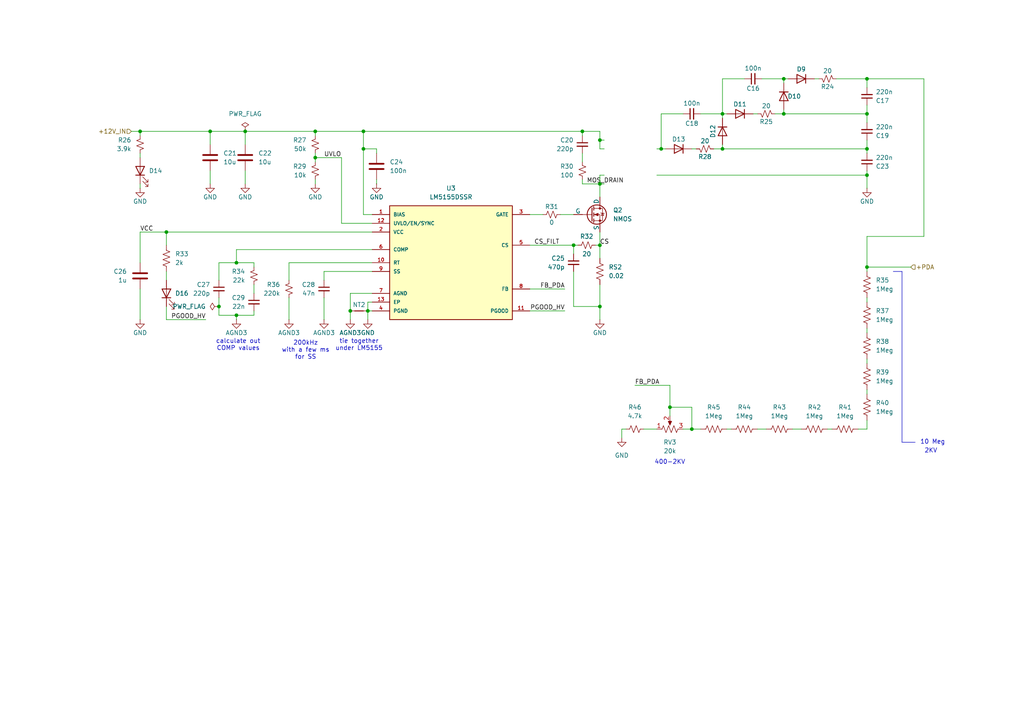
<source format=kicad_sch>
(kicad_sch (version 20250114) (generator "eeschema") (generator_version "9.0")
  (paper "A4")
  (lib_symbols
    (symbol "Device:C" (pin_numbers (hide yes)) (pin_names (offset 0.254))
      (property "Reference" "C" (at 0.635 2.54 0))
      (property "Value" "C" (at 0.635 -2.54 0))
      (symbol "C_0_1"
        (polyline (pts (xy -2.032 0.762) (xy 2.032 0.762)) (stroke (width 0.508)))
        (polyline (pts (xy -2.032 -0.762) (xy 2.032 -0.762)) (stroke (width 0.508)))
      )
      (symbol "C_1_1"
        (pin passive line (at 0 3.81 270) (length 2.794) (name "~") (number "1"))
        (pin passive line (at 0 -3.81 90) (length 2.794) (name "~") (number "2"))
      )
    )
    (symbol "Device:C_Small" (pin_numbers (hide yes)) (pin_names (offset 0.254) (hide yes))
      (property "Reference" "C" (at 0.254 1.778 0))
      (property "Value" "C_Small" (at 0.254 -2.032 0))
      (symbol "C_Small_0_1"
        (polyline (pts (xy -1.524 0.508) (xy 1.524 0.508)) (stroke (width 0.3048)))
        (polyline (pts (xy -1.524 -0.508) (xy 1.524 -0.508)) (stroke (width 0.3302)))
      )
      (symbol "C_Small_1_1"
        (pin passive line (at 0 2.54 270) (length 2.032) (name "~") (number "1"))
        (pin passive line (at 0 -2.54 90) (length 2.032) (name "~") (number "2"))
      )
    )
    (symbol "Device:D" (pin_numbers (hide yes)) (pin_names (offset 1.016) (hide yes))
      (property "Reference" "D" (at 0 2.54 0))
      (property "Value" "D" (at 0 -2.54 0))
      (symbol "D_0_1"
        (polyline (pts (xy -1.27 1.27) (xy -1.27 -1.27)) (stroke (width 0.254)))
        (polyline (pts (xy 1.27 1.27) (xy 1.27 -1.27) (xy -1.27 0) (xy 1.27 1.27)) (stroke (width 0.254)))
        (polyline (pts (xy 1.27 0) (xy -1.27 0)))
      )
      (symbol "D_1_1"
        (pin passive line (at -3.81 0 0) (length 2.54) (name "K") (number "1"))
        (pin passive line (at 3.81 0 180) (length 2.54) (name "A") (number "2"))
      )
    )
    (symbol "Device:LED" (pin_numbers (hide yes)) (pin_names (offset 1.016) (hide yes))
      (property "Reference" "D" (at 0 2.54 0))
      (property "Value" "LED" (at 0 -2.54 0))
      (symbol "LED_0_1"
        (polyline (pts (xy -3.048 -0.762) (xy -4.572 -2.286) (xy -3.81 -2.286) (xy -4.572 -2.286) (xy -4.572 -1.524)))
        (polyline (pts (xy -1.778 -0.762) (xy -3.302 -2.286) (xy -2.54 -2.286) (xy -3.302 -2.286) (xy -3.302 -1.524)))
        (polyline (pts (xy -1.27 0) (xy 1.27 0)))
        (polyline (pts (xy -1.27 -1.27) (xy -1.27 1.27)) (stroke (width 0.254)))
        (polyline (pts (xy 1.27 -1.27) (xy 1.27 1.27) (xy -1.27 0) (xy 1.27 -1.27)) (stroke (width 0.254)))
      )
      (symbol "LED_1_1"
        (pin passive line (at -3.81 0 0) (length 2.54) (name "K") (number "1"))
        (pin passive line (at 3.81 0 180) (length 2.54) (name "A") (number "2"))
      )
    )
    (symbol "Device:NetTie_2" (pin_numbers (hide yes)) (pin_names (offset 0) (hide yes)) (in_bom no)
      (property "Reference" "NT" (at 0 1.27 0))
      (property "Value" "NetTie_2" (at 0 -1.27 0))
      (symbol "NetTie_2_0_1"
        (polyline (pts (xy -1.27 0) (xy 1.27 0)) (stroke (width 0.254)))
      )
      (symbol "NetTie_2_1_1"
        (pin passive line (at -2.54 0 0) (length 2.54) (name "1") (number "1"))
        (pin passive line (at 2.54 0 180) (length 2.54) (name "2") (number "2"))
      )
    )
    (symbol "Device:R_Potentiometer_US" (pin_names (offset 1.016) (hide yes))
      (property "Reference" "RV" (at -4.445 0 90))
      (property "Value" "R_Potentiometer_US" (at -2.54 0 90))
      (symbol "R_Potentiometer_US_0_1"
        (polyline (pts (xy 0 2.54) (xy 0 2.286)))
        (polyline (pts (xy 0 2.286) (xy 1.016 1.905) (xy 0 1.524) (xy -1.016 1.143) (xy 0 0.762)))
        (polyline (pts (xy 0 0.762) (xy 1.016 0.381) (xy 0 0) (xy -1.016 -0.381) (xy 0 -0.762)))
        (polyline (pts (xy 0 -0.762) (xy 1.016 -1.143) (xy 0 -1.524) (xy -1.016 -1.905) (xy 0 -2.286)))
        (polyline (pts (xy 0 -2.286) (xy 0 -2.54)))
        (polyline (pts (xy 1.143 0) (xy 2.286 0.508) (xy 2.286 -0.508) (xy 1.143 0)) (fill (type outline)))
        (polyline (pts (xy 2.54 0) (xy 1.524 0)))
      )
      (symbol "R_Potentiometer_US_1_1"
        (pin passive line (at 0 3.81 270) (length 1.27) (name "1") (number "1"))
        (pin passive line (at 0 -3.81 90) (length 1.27) (name "3") (number "3"))
        (pin passive line (at 3.81 0 180) (length 1.27) (name "2") (number "2"))
      )
    )
    (symbol "Device:R_Small_US" (pin_numbers (hide yes)) (pin_names (offset 0.254) (hide yes))
      (property "Reference" "R" (at 0.762 0.508 0))
      (property "Value" "R_Small_US" (at 0.762 -1.016 0))
      (symbol "R_Small_US_1_1"
        (polyline (pts (xy 0 1.524) (xy 1.016 1.143) (xy 0 0.762) (xy -1.016 0.381) (xy 0 0)))
        (polyline (pts (xy 0 0) (xy 1.016 -0.381) (xy 0 -0.762) (xy -1.016 -1.143) (xy 0 -1.524)))
        (pin passive line (at 0 2.54 270) (length 1.016) (name "~") (number "1"))
        (pin passive line (at 0 -2.54 90) (length 1.016) (name "~") (number "2"))
      )
    )
    (symbol "Device:R_US" (pin_numbers (hide yes)) (pin_names (offset 0))
      (property "Reference" "R" (at 2.54 0 90))
      (property "Value" "R_US" (at -2.54 0 90))
      (symbol "R_US_0_1"
        (polyline (pts (xy 0 2.286) (xy 0 2.54)))
        (polyline (pts (xy 0 2.286) (xy 1.016 1.905) (xy 0 1.524) (xy -1.016 1.143) (xy 0 0.762)))
        (polyline (pts (xy 0 0.762) (xy 1.016 0.381) (xy 0 0) (xy -1.016 -0.381) (xy 0 -0.762)))
        (polyline (pts (xy 0 -0.762) (xy 1.016 -1.143) (xy 0 -1.524) (xy -1.016 -1.905) (xy 0 -2.286)))
        (polyline (pts (xy 0 -2.286) (xy 0 -2.54)))
      )
      (symbol "R_US_1_1"
        (pin passive line (at 0 3.81 270) (length 1.27) (name "~") (number "1"))
        (pin passive line (at 0 -3.81 90) (length 1.27) (name "~") (number "2"))
      )
    )
    (symbol "LM5155DSSR:LM5155DSSR" (pin_names (offset 1.016))
      (property "Reference" "U3" (at 0 20.32 0))
      (property "Value" "LM5155DSSR" (at 0 17.78 0))
      (symbol "LM5155DSSR_0_0"
        (rectangle (start -17.78 15.24) (end 17.78 -17.78) (stroke (width 0.254)) (fill (type background)))
        (pin power_in line (at -22.86 12.7 0) (length 5.08) (name "BIAS") (number "1"))
        (pin input line (at -22.86 10.16 0) (length 5.08) (name "UVLO/EN/SYNC") (number "12"))
        (pin output line (at -22.86 2.54 0) (length 5.08) (name "COMP") (number "6"))
        (pin input line (at -22.86 -1.27 0) (length 5.08) (name "RT") (number "10"))
        (pin input line (at -22.86 -3.81 0) (length 5.08) (name "SS") (number "9"))
        (pin power_in line (at -22.86 -10.16 0) (length 5.08) (name "AGND") (number "7"))
        (pin power_in line (at -22.86 -12.7 0) (length 5.08) (name "EP") (number "13"))
        (pin power_in line (at -22.86 -15.24 0) (length 5.08) (name "PGND") (number "4"))
        (pin output line (at 22.86 12.7 180) (length 5.08) (name "GATE") (number "3"))
        (pin input line (at 22.86 3.81 180) (length 5.08) (name "CS") (number "5"))
        (pin input line (at 22.86 -8.89 180) (length 5.08) (name "FB") (number "8"))
        (pin output line (at 22.86 -15.24 180) (length 5.08) (name "PGOOD") (number "11"))
      )
      (symbol "LM5155DSSR_1_0"
        (pin power_out line (at -22.86 7.62 0) (length 5.08) (name "VCC") (number "2"))
      )
    )
    (symbol "Simulation_SPICE:NMOS" (pin_numbers (hide yes)) (pin_names (offset 0))
      (property "Reference" "Q2" (at 6.35 1.2701 0))
      (property "Value" "NMOS" (at 6.35 -1.2699 0))
      (symbol "NMOS_0_1"
        (polyline (pts (xy 0.254 1.905) (xy 0.254 -1.905)) (stroke (width 0.254)))
        (polyline (pts (xy 0.254 0) (xy -2.54 0)))
        (polyline (pts (xy 0.762 2.286) (xy 0.762 1.27)) (stroke (width 0.254)))
        (polyline (pts (xy 0.762 0.508) (xy 0.762 -0.508)) (stroke (width 0.254)))
        (polyline (pts (xy 0.762 -1.27) (xy 0.762 -2.286)) (stroke (width 0.254)))
        (polyline (pts (xy 0.762 -1.778) (xy 3.302 -1.778) (xy 3.302 1.778) (xy 0.762 1.778)))
        (polyline (pts (xy 1.016 0) (xy 2.032 0.381) (xy 2.032 -0.381) (xy 1.016 0)) (fill (type outline)))
        (circle (center 1.651 0) (radius 2.794) (stroke (width 0.254)))
        (polyline (pts (xy 2.54 2.54) (xy 2.54 1.778)))
        (circle (center 2.54 1.778) (radius 0.254) (fill (type outline)))
        (circle (center 2.54 -1.778) (radius 0.254) (fill (type outline)))
        (polyline (pts (xy 2.54 -2.54) (xy 2.54 0) (xy 0.762 0)))
        (polyline (pts (xy 2.794 0.508) (xy 2.921 0.381) (xy 3.683 0.381) (xy 3.81 0.254)))
        (polyline (pts (xy 3.302 0.381) (xy 2.921 -0.254) (xy 3.683 -0.254) (xy 3.302 0.381)))
      )
      (symbol "NMOS_1_1"
        (pin input line (at -5.08 0 0) (length 2.54) (name "G") (number "1"))
        (pin passive line (at 2.54 5.08 270) (length 2.54) (name "D") (number "2"))
        (pin passive line (at 2.54 -5.08 90) (length 2.54) (name "S") (number "3"))
      )
    )
    (symbol "power:GND" (power) (pin_numbers (hide yes)) (pin_names (offset 0) (hide yes))
      (property "Value" "GND" (at 0 -3.81 0))
      (symbol "GND_0_1"
        (polyline (pts (xy 0 0) (xy 0 -1.27) (xy 1.27 -1.27) (xy 0 -2.54) (xy -1.27 -1.27) (xy 0 -1.27)))
      )
      (symbol "GND_1_1"
        (pin power_in line (at 0 0 270) (length 0) (name "~") (number "1"))
      )
    )
    (symbol "power:GNDA" (power) (pin_numbers (hide yes)) (pin_names (offset 0) (hide yes))
      (property "Value" "GNDA" (at 0 -3.81 0))
      (symbol "GNDA_0_1"
        (polyline (pts (xy 0 0) (xy 0 -1.27) (xy 1.27 -1.27) (xy 0 -2.54) (xy -1.27 -1.27) (xy 0 -1.27)))
      )
      (symbol "GNDA_1_1"
        (pin power_in line (at 0 0 270) (length 0) (name "~") (number "1"))
      )
    )
    (symbol "power:PWR_FLAG" (power) (pin_numbers (hide yes)) (pin_names (offset 0) (hide yes))
      (property "Value" "PWR_FLAG" (at 0 3.81 0))
      (symbol "PWR_FLAG_0_0"
        (pin power_out line (at 0 0 90) (length 0) (name "~") (number "1"))
      )
      (symbol "PWR_FLAG_0_1"
        (polyline (pts (xy 0 0) (xy 0 1.27) (xy -1.016 1.905) (xy 0 2.54) (xy 1.016 1.905) (xy 0 1.27)))
      )
    )
  )
  (text "400-2KV" (at 194.31 134.112 0) (effects (font (size 1.27 1.27))))
  (text "2KV" (at 270.002 130.81 0) (effects (font (size 1.27 1.27))))
  (text "calculate out\nCOMP values" (at 69.088 100.076 0) (effects (font (size 1.27 1.27))))
  (text "10 Meg" (at 270.51 128.27 0) (effects (font (size 1.27 1.27))))
  (text "tie together\nunder LM5155" (at 104.14 100.076 0) (effects (font (size 1.27 1.27))))
  (text "200kHz\nwith a few ms\nfor SS" (at 88.646 101.6 0) (effects (font (size 1.27 1.27))))
  (junction (at 200.66 124.46))
  (junction (at 251.46 50.8))
  (junction (at 173.99 40.64))
  (junction (at 106.68 90.17))
  (junction (at 173.99 53.34))
  (junction (at 251.46 33.02))
  (junction (at 101.6 90.17))
  (junction (at 105.41 43.18))
  (junction (at 48.26 67.31))
  (junction (at 63.5 88.9))
  (junction (at 91.44 45.72))
  (junction (at 251.46 43.18))
  (junction (at 91.44 38.1))
  (junction (at 60.96 38.1))
  (junction (at 227.33 22.86))
  (junction (at 71.12 38.1))
  (junction (at 173.99 71.12))
  (junction (at 251.46 77.47))
  (junction (at 105.41 38.1))
  (junction (at 168.91 38.1))
  (junction (at 166.37 71.12))
  (junction (at 194.31 118.11))
  (junction (at 191.77 43.18))
  (junction (at 251.46 22.86))
  (junction (at 68.58 91.44))
  (junction (at 227.33 33.02))
  (junction (at 209.55 43.18))
  (junction (at 173.99 88.9))
  (junction (at 209.55 33.02))
  (junction (at 68.58 76.2))
  (junction (at 40.64 38.1))
  (wire (pts (xy 105.41 62.23) (xy 107.95 62.23)))
  (wire (pts (xy 198.12 124.46) (xy 200.66 124.46)))
  (wire (pts (xy 73.66 82.55) (xy 73.66 85.09)))
  (wire (pts (xy 172.72 71.12) (xy 173.99 71.12)))
  (wire (pts (xy 40.64 45.72) (xy 40.64 44.45)))
  (wire (pts (xy 251.46 44.45) (xy 251.46 43.18)))
  (wire (pts (xy 91.44 38.1) (xy 105.41 38.1)))
  (wire (pts (xy 107.95 87.63) (xy 106.68 87.63)))
  (wire (pts (xy 251.46 124.46) (xy 248.92 124.46)))
  (wire (pts (xy 251.46 68.58) (xy 251.46 77.47)))
  (polyline (pts (xy 259.08 78.74) (xy 261.62 78.74)))
  (wire (pts (xy 106.68 87.63) (xy 106.68 90.17)))
  (wire (pts (xy 60.96 38.1) (xy 71.12 38.1)))
  (wire (pts (xy 168.91 38.1) (xy 168.91 39.37)))
  (wire (pts (xy 109.22 44.45) (xy 109.22 43.18)))
  (wire (pts (xy 40.64 76.2) (xy 40.64 67.31)))
  (wire (pts (xy 267.97 22.86) (xy 267.97 68.58)))
  (wire (pts (xy 218.44 33.02) (xy 219.71 33.02)))
  (wire (pts (xy 40.64 53.34) (xy 40.64 54.61)))
  (wire (pts (xy 251.46 49.53) (xy 251.46 50.8)))
  (wire (pts (xy 106.68 90.17) (xy 106.68 92.71)))
  (wire (pts (xy 173.99 82.55) (xy 173.99 88.9)))
  (wire (pts (xy 109.22 43.18) (xy 105.41 43.18)))
  (wire (pts (xy 168.91 44.45) (xy 168.91 46.99)))
  (wire (pts (xy 191.77 43.18) (xy 191.77 33.02)))
  (wire (pts (xy 101.6 90.17) (xy 101.6 92.71)))
  (wire (pts (xy 173.99 53.34) (xy 173.99 50.8)))
  (wire (pts (xy 173.99 71.12) (xy 173.99 74.93)))
  (wire (pts (xy 227.33 22.86) (xy 227.33 24.13)))
  (polyline (pts (xy 261.62 128.27) (xy 265.43 128.27)))
  (polyline (pts (xy 261.62 128.27) (xy 261.62 78.74)))
  (wire (pts (xy 251.46 77.47) (xy 251.46 78.74)))
  (wire (pts (xy 109.22 52.07) (xy 109.22 53.34)))
  (wire (pts (xy 173.99 50.8) (xy 175.26 50.8)))
  (wire (pts (xy 240.03 124.46) (xy 241.3 124.46)))
  (wire (pts (xy 91.44 52.07) (xy 91.44 53.34)))
  (wire (pts (xy 251.46 22.86) (xy 267.97 22.86)))
  (wire (pts (xy 190.5 43.18) (xy 191.77 43.18)))
  (wire (pts (xy 166.37 71.12) (xy 166.37 73.66)))
  (wire (pts (xy 107.95 72.39) (xy 68.58 72.39)))
  (wire (pts (xy 107.95 90.17) (xy 106.68 90.17)))
  (wire (pts (xy 175.26 53.34) (xy 173.99 53.34)))
  (wire (pts (xy 173.99 88.9) (xy 173.99 92.71)))
  (wire (pts (xy 209.55 33.02) (xy 210.82 33.02)))
  (wire (pts (xy 153.67 90.17) (xy 163.83 90.17)))
  (wire (pts (xy 184.15 111.76) (xy 194.31 111.76)))
  (wire (pts (xy 168.91 38.1) (xy 173.99 38.1)))
  (wire (pts (xy 220.98 22.86) (xy 227.33 22.86)))
  (wire (pts (xy 107.95 85.09) (xy 101.6 85.09)))
  (wire (pts (xy 73.66 90.17) (xy 73.66 91.44)))
  (wire (pts (xy 251.46 95.25) (xy 251.46 96.52)))
  (wire (pts (xy 168.91 53.34) (xy 173.99 53.34)))
  (wire (pts (xy 107.95 76.2) (xy 83.82 76.2)))
  (wire (pts (xy 40.64 39.37) (xy 40.64 38.1)))
  (wire (pts (xy 48.26 88.9) (xy 48.26 92.71)))
  (wire (pts (xy 173.99 40.64) (xy 173.99 43.18)))
  (wire (pts (xy 251.46 86.36) (xy 251.46 87.63)))
  (wire (pts (xy 105.41 38.1) (xy 105.41 43.18)))
  (wire (pts (xy 251.46 43.18) (xy 251.46 40.64)))
  (wire (pts (xy 101.6 85.09) (xy 101.6 90.17)))
  (wire (pts (xy 236.22 22.86) (xy 237.49 22.86)))
  (wire (pts (xy 194.31 118.11) (xy 200.66 118.11)))
  (wire (pts (xy 40.64 38.1) (xy 60.96 38.1)))
  (wire (pts (xy 194.31 118.11) (xy 194.31 120.65)))
  (wire (pts (xy 71.12 38.1) (xy 71.12 41.91)))
  (wire (pts (xy 200.66 43.18) (xy 201.93 43.18)))
  (wire (pts (xy 219.71 124.46) (xy 222.25 124.46)))
  (wire (pts (xy 71.12 49.53) (xy 71.12 53.34)))
  (wire (pts (xy 251.46 25.4) (xy 251.46 22.86)))
  (wire (pts (xy 68.58 91.44) (xy 68.58 92.71)))
  (wire (pts (xy 209.55 22.86) (xy 215.9 22.86)))
  (wire (pts (xy 63.5 81.28) (xy 63.5 76.2)))
  (wire (pts (xy 153.67 71.12) (xy 166.37 71.12)))
  (wire (pts (xy 251.46 113.03) (xy 251.46 114.3)))
  (wire (pts (xy 91.44 38.1) (xy 91.44 39.37)))
  (wire (pts (xy 229.87 124.46) (xy 232.41 124.46)))
  (wire (pts (xy 73.66 76.2) (xy 73.66 77.47)))
  (wire (pts (xy 107.95 78.74) (xy 93.98 78.74)))
  (wire (pts (xy 203.2 33.02) (xy 209.55 33.02)))
  (wire (pts (xy 91.44 44.45) (xy 91.44 45.72)))
  (wire (pts (xy 166.37 78.74) (xy 166.37 88.9)))
  (wire (pts (xy 153.67 83.82) (xy 163.83 83.82)))
  (wire (pts (xy 48.26 78.74) (xy 48.26 81.28)))
  (wire (pts (xy 227.33 22.86) (xy 228.6 22.86)))
  (wire (pts (xy 83.82 76.2) (xy 83.82 81.28)))
  (wire (pts (xy 91.44 45.72) (xy 99.06 45.72)))
  (wire (pts (xy 38.1 38.1) (xy 40.64 38.1)))
  (wire (pts (xy 162.56 62.23) (xy 166.37 62.23)))
  (wire (pts (xy 200.66 124.46) (xy 203.2 124.46)))
  (wire (pts (xy 209.55 33.02) (xy 209.55 22.86)))
  (wire (pts (xy 68.58 72.39) (xy 68.58 76.2)))
  (wire (pts (xy 191.77 43.18) (xy 193.04 43.18)))
  (wire (pts (xy 267.97 68.58) (xy 251.46 68.58)))
  (wire (pts (xy 227.33 33.02) (xy 251.46 33.02)))
  (wire (pts (xy 251.46 50.8) (xy 251.46 54.61)))
  (wire (pts (xy 40.64 83.82) (xy 40.64 92.71)))
  (wire (pts (xy 93.98 86.36) (xy 93.98 92.71)))
  (wire (pts (xy 224.79 33.02) (xy 227.33 33.02)))
  (wire (pts (xy 173.99 53.34) (xy 173.99 57.15)))
  (wire (pts (xy 173.99 38.1) (xy 173.99 40.64)))
  (wire (pts (xy 251.46 104.14) (xy 251.46 105.41)))
  (wire (pts (xy 168.91 52.07) (xy 168.91 53.34)))
  (wire (pts (xy 173.99 67.31) (xy 173.99 71.12)))
  (wire (pts (xy 63.5 86.36) (xy 63.5 88.9)))
  (wire (pts (xy 180.34 127) (xy 180.34 124.46)))
  (wire (pts (xy 190.5 50.8) (xy 251.46 50.8)))
  (wire (pts (xy 251.46 33.02) (xy 251.46 30.48)))
  (wire (pts (xy 48.26 67.31) (xy 48.26 71.12)))
  (wire (pts (xy 209.55 43.18) (xy 251.46 43.18)))
  (wire (pts (xy 191.77 33.02) (xy 198.12 33.02)))
  (wire (pts (xy 251.46 35.56) (xy 251.46 33.02)))
  (wire (pts (xy 166.37 71.12) (xy 167.64 71.12)))
  (wire (pts (xy 251.46 121.92) (xy 251.46 124.46)))
  (wire (pts (xy 63.5 88.9) (xy 63.5 91.44)))
  (wire (pts (xy 91.44 45.72) (xy 91.44 46.99)))
  (wire (pts (xy 166.37 88.9) (xy 173.99 88.9)))
  (wire (pts (xy 68.58 76.2) (xy 73.66 76.2)))
  (wire (pts (xy 207.01 43.18) (xy 209.55 43.18)))
  (wire (pts (xy 251.46 77.47) (xy 264.16 77.47)))
  (wire (pts (xy 99.06 64.77) (xy 107.95 64.77)))
  (wire (pts (xy 60.96 49.53) (xy 60.96 53.34)))
  (wire (pts (xy 71.12 38.1) (xy 91.44 38.1)))
  (wire (pts (xy 194.31 111.76) (xy 194.31 118.11)))
  (wire (pts (xy 48.26 67.31) (xy 107.95 67.31)))
  (wire (pts (xy 40.64 67.31) (xy 48.26 67.31)))
  (wire (pts (xy 105.41 38.1) (xy 168.91 38.1)))
  (wire (pts (xy 173.99 40.64) (xy 175.26 40.64)))
  (wire (pts (xy 68.58 91.44) (xy 73.66 91.44)))
  (wire (pts (xy 83.82 86.36) (xy 83.82 92.71)))
  (wire (pts (xy 93.98 78.74) (xy 93.98 81.28)))
  (wire (pts (xy 48.26 92.71) (xy 59.69 92.71)))
  (wire (pts (xy 173.99 43.18) (xy 175.26 43.18)))
  (wire (pts (xy 242.57 22.86) (xy 251.46 22.86)))
  (wire (pts (xy 105.41 43.18) (xy 105.41 62.23)))
  (wire (pts (xy 63.5 76.2) (xy 68.58 76.2)))
  (wire (pts (xy 209.55 34.29) (xy 209.55 33.02)))
  (wire (pts (xy 153.67 62.23) (xy 157.48 62.23)))
  (wire (pts (xy 60.96 38.1) (xy 60.96 41.91)))
  (wire (pts (xy 186.69 124.46) (xy 190.5 124.46)))
  (wire (pts (xy 99.06 45.72) (xy 99.06 64.77)))
  (wire (pts (xy 227.33 33.02) (xy 227.33 31.75)))
  (wire (pts (xy 63.5 91.44) (xy 68.58 91.44)))
  (wire (pts (xy 209.55 43.18) (xy 209.55 41.91)))
  (wire (pts (xy 210.82 124.46) (xy 212.09 124.46)))
  (wire (pts (xy 180.34 124.46) (xy 181.61 124.46)))
  (wire (pts (xy 200.66 118.11) (xy 200.66 124.46)))
  (label "VCC" (at 40.64 67.31 0))
  (label "PGOOD_HV" (at 163.83 90.17 180))
  (label "PGOOD_HV" (at 59.69 92.71 180))
  (label "CS" (at 173.99 71.12 0))
  (label "FB_PDA" (at 184.15 111.76 0))
  (label "MOS_DRAIN" (at 170.18 53.34 0))
  (label "CS_FILT" (at 154.94 71.12 0))
  (label "UVLO" (at 93.98 45.72 0))
  (label "FB_PDA" (at 163.83 83.82 180))
  (hierarchical_label "+12V_IN" (shape input) (at 38.1 38.1 180))
  (hierarchical_label "+PDA" (shape input) (at 264.16 77.47 0))
  (symbol (lib_id "power:PWR_FLAG") (at 71.12 38.1 0) (unit 1)
    (property "Reference" "#FLG03" (effects (hide yes)))
    (property "Value" "PWR_FLAG" (at 71.12 33.02 0))
    (property "Description" "Special symbol for telling ERC where power comes from" (effects (hide yes)))
  )
  (symbol (lib_id "Device:R_Small_US") (at 222.25 33.02 90) (mirror x) (unit 1)
    (property "Reference" "R25" (at 222.25 35.306 90))
    (property "Value" "20" (at 222.25 30.734 90))
    (property "Footprint" "Resistor_SMD:R_1206_3216Metric" (effects (hide yes)))
    (property "Description" "Resistor, small US symbol" (effects (hide yes)))
  )
  (symbol (lib_id "Device:R_US") (at 245.11 124.46 90) (unit 1)
    (property "Reference" "R41" (at 245.11 118.11 90))
    (property "Value" "1Meg" (at 245.11 120.65 90))
    (property "Footprint" "Resistor_SMD:R_1206_3216Metric" (effects (hide yes)))
    (property "Description" "Resistor, US symbol" (effects (hide yes)))
  )
  (symbol (lib_id "Device:D") (at 196.85 43.18 180) (unit 1)
    (property "Reference" "D13" (at 196.85 40.386 0))
    (property "Value" "D" (effects (hide yes)))
    (property "Footprint" "Diode_SMD:D_SMA" (effects (hide yes)))
    (property "Datasheet" "RS1M" (effects (hide yes)))
    (property "Description" "Diode" (effects (hide yes)))
    (property "Sim.Device" "D" (effects (hide yes)))
    (property "Sim.Pins" "1=K 2=A" (effects (hide yes)))
  )
  (symbol (lib_id "power:GND") (at 109.22 53.34 0) (unit 1)
    (property "Reference" "#PWR027" (effects (hide yes)))
    (property "Value" "GND" (at 109.22 57.15 0))
    (property "Description" "Power symbol creates a global label with name \"GND\" , ground" (effects (hide yes)))
  )
  (symbol (lib_id "Device:D") (at 209.55 38.1 270) (unit 1)
    (property "Reference" "D12" (at 206.756 38.1 0))
    (property "Value" "D" (effects (hide yes)))
    (property "Footprint" "Diode_SMD:D_SMA" (effects (hide yes)))
    (property "Datasheet" "RS1M" (effects (hide yes)))
    (property "Description" "Diode" (effects (hide yes)))
    (property "Sim.Device" "D" (effects (hide yes)))
    (property "Sim.Pins" "1=K 2=A" (effects (hide yes)))
  )
  (symbol (lib_id "Device:D") (at 214.63 33.02 180) (unit 1)
    (property "Reference" "D11" (at 214.63 30.226 0))
    (property "Value" "D" (effects (hide yes)))
    (property "Footprint" "Diode_SMD:D_SMA" (effects (hide yes)))
    (property "Datasheet" "RS1M" (effects (hide yes)))
    (property "Description" "Diode" (effects (hide yes)))
    (property "Sim.Device" "D" (effects (hide yes)))
    (property "Sim.Pins" "1=K 2=A" (effects (hide yes)))
  )
  (symbol (lib_id "power:GND") (at 60.96 53.34 0) (unit 1)
    (property "Reference" "#PWR024" (effects (hide yes)))
    (property "Value" "GND" (at 60.96 57.15 0))
    (property "Description" "Power symbol creates a global label with name \"GND\" , ground" (effects (hide yes)))
  )
  (symbol (lib_id "Device:R_Small_US") (at 91.44 41.91 0) (mirror y) (unit 1)
    (property "Reference" "R27" (at 88.9 40.6399 0) (effects (justify left)))
    (property "Value" "50k" (at 88.9 43.1799 0) (effects (justify left)))
    (property "Footprint" "Resistor_SMD:R_0603_1608Metric" (effects (hide yes)))
    (property "Description" "Resistor, small US symbol" (effects (hide yes)))
  )
  (symbol (lib_id "power:GND") (at 106.68 92.71 0) (unit 1)
    (property "Reference" "#PWR034" (effects (hide yes)))
    (property "Value" "GND" (at 106.68 96.52 0))
    (property "Description" "Power symbol creates a global label with name \"GND\" , ground" (effects (hide yes)))
  )
  (symbol (lib_id "Device:R_Small_US") (at 73.66 80.01 0) (mirror y) (unit 1)
    (property "Reference" "R34" (at 71.12 78.7399 0) (effects (justify left)))
    (property "Value" "22k" (at 71.12 81.2799 0) (effects (justify left)))
    (property "Footprint" "Resistor_SMD:R_0603_1608Metric" (effects (hide yes)))
    (property "Description" "Resistor, small US symbol" (effects (hide yes)))
  )
  (symbol (lib_id "Device:LED") (at 40.64 49.53 90) (unit 1)
    (property "Reference" "D14" (at 43.18 49.53 90) (effects (justify right)))
    (property "Value" "LED" (effects (hide yes)))
    (property "Footprint" "LED_SMD:LED_0603_1608Metric" (effects (hide yes)))
    (property "Description" "Light emitting diode" (effects (hide yes)))
    (property "Sim.Pins" "1=K 2=A" (effects (hide yes)))
  )
  (symbol (lib_id "Device:R_US") (at 207.01 124.46 90) (unit 1)
    (property "Reference" "R45" (at 207.01 118.11 90))
    (property "Value" "1Meg" (at 207.01 120.65 90))
    (property "Footprint" "Resistor_SMD:R_1206_3216Metric" (effects (hide yes)))
    (property "Description" "Resistor, US symbol" (effects (hide yes)))
  )
  (symbol (lib_id "Device:R_US") (at 251.46 100.33 0) (unit 1)
    (property "Reference" "R38" (at 254 99.0599 0) (effects (justify left)))
    (property "Value" "1Meg" (at 254 101.5999 0) (effects (justify left)))
    (property "Footprint" "Resistor_SMD:R_1206_3216Metric" (effects (hide yes)))
    (property "Description" "Resistor, US symbol" (effects (hide yes)))
  )
  (symbol (lib_id "Device:R_US") (at 251.46 82.55 0) (unit 1)
    (property "Reference" "R35" (at 254 81.2799 0) (effects (justify left)))
    (property "Value" "1Meg" (at 254 83.8199 0) (effects (justify left)))
    (property "Footprint" "Resistor_SMD:R_1206_3216Metric" (effects (hide yes)))
    (property "Description" "Resistor, US symbol" (effects (hide yes)))
  )
  (symbol (lib_id "Device:R_Potentiometer_US") (at 194.31 124.46 90) (unit 1)
    (property "Reference" "RV3" (at 194.31 128.27 90))
    (property "Value" "20k" (at 194.31 130.81 90))
    (property "Footprint" "Potentiometer_THT:Potentiometer_Bourns_3296W_Vertical" (effects (hide yes)))
    (property "Description" "Potentiometer, US symbol" (effects (hide yes)))
  )
  (symbol (lib_id "Device:R_US") (at 251.46 91.44 0) (unit 1)
    (property "Reference" "R37" (at 254 90.1699 0) (effects (justify left)))
    (property "Value" "1Meg" (at 254 92.7099 0) (effects (justify left)))
    (property "Footprint" "Resistor_SMD:R_1206_3216Metric" (effects (hide yes)))
    (property "Description" "Resistor, US symbol" (effects (hide yes)))
  )
  (symbol (lib_id "Device:C_Small") (at 168.91 41.91 0) (unit 1)
    (property "Reference" "C20" (at 166.37 40.6462 0) (effects (justify right)))
    (property "Value" "220p" (at 166.37 43.1862 0) (effects (justify right)))
    (property "Footprint" "Capacitor_SMD:C_0603_1608Metric" (effects (hide yes)))
    (property "Description" "Unpolarized capacitor, small symbol" (effects (hide yes)))
  )
  (symbol (lib_id "power:GND") (at 40.64 54.61 0) (unit 1)
    (property "Reference" "#PWR028" (effects (hide yes)))
    (property "Value" "GND" (at 40.64 58.42 0))
    (property "Description" "Power symbol creates a global label with name \"GND\" , ground" (effects (hide yes)))
  )
  (symbol (lib_id "Device:R_Small_US") (at 184.15 124.46 90) (unit 1)
    (property "Reference" "R46" (at 184.15 118.11 90))
    (property "Value" "4.7k" (at 184.15 120.65 90))
    (property "Footprint" "Resistor_SMD:R_0603_1608Metric" (effects (hide yes)))
    (property "Description" "Resistor, small US symbol" (effects (hide yes)))
  )
  (symbol (lib_id "Device:C") (at 60.96 45.72 0) (unit 1)
    (property "Reference" "C21" (at 64.77 44.4499 0) (effects (justify left)))
    (property "Value" "10u" (at 64.77 46.9899 0) (effects (justify left)))
    (property "Footprint" "Capacitor_SMD:C_0805_2012Metric" (effects (hide yes)))
    (property "Datasheet" "CL21A106KAYNNNE" (effects (hide yes)))
    (property "Description" "Unpolarized capacitor" (effects (hide yes)))
  )
  (symbol (lib_id "Device:R_US") (at 251.46 109.22 0) (unit 1)
    (property "Reference" "R39" (at 254 107.9499 0) (effects (justify left)))
    (property "Value" "1Meg" (at 254 110.4899 0) (effects (justify left)))
    (property "Footprint" "Resistor_SMD:R_1206_3216Metric" (effects (hide yes)))
    (property "Description" "Resistor, US symbol" (effects (hide yes)))
  )
  (symbol (lib_id "Device:C") (at 40.64 80.01 0) (mirror y) (unit 1)
    (property "Reference" "C26" (at 36.83 78.7399 0) (effects (justify left)))
    (property "Value" "1u" (at 36.83 81.2799 0) (effects (justify left)))
    (property "Footprint" "Capacitor_SMD:C_0603_1608Metric" (effects (hide yes)))
    (property "Description" "Unpolarized capacitor" (effects (hide yes)))
  )
  (symbol (lib_id "LM5155DSSR:LM5155DSSR") (at 130.81 74.93 0) (unit 1)
    (property "Reference" "U3" (at 130.81 54.61 0))
    (property "Value" "LM5155DSSR" (at 130.81 57.15 0))
    (property "Footprint" "LM5155:IC_LM5155DSSR" (effects (hide yes)))
    (property "MF" "Texas Instruments" (effects (hide yes)))
    (property "MAXIMUM_PACKAGE_HEIGHT" "0.8mm" (effects (hide yes)))
    (property "Package" "WSON-12 Texas Instruments" (effects (hide yes)))
    (property "Price" "None" (effects (hide yes)))
    (property "Check_prices" "https://www.snapeda.com/parts/LM5155DSSR/Texas+Instruments/view-part/?ref=eda" (effects (hide yes)))
    (property "STANDARD" "Manufacturer Recommendations" (effects (hide yes)))
    (property "PARTREV" "E" (effects (hide yes)))
    (property "SnapEDA_Link" "https://www.snapeda.com/parts/LM5155DSSR/Texas+Instruments/view-part/?ref=snap" (effects (hide yes)))
    (property "MP" "LM5155DSSR" (effects (hide yes)))
    (property "Description_1" "2.2-MHz wide VIN, 1.5-A MOSFET driver, non-synchronous boost controller" (effects (hide yes)))
    (property "Availability" "In Stock" (effects (hide yes)))
    (property "MANUFACTURER" "Texas Instruments" (effects (hide yes)))
  )
  (symbol (lib_id "power:GND") (at 180.34 127 0) (unit 1)
    (property "Reference" "#PWR036" (effects (hide yes)))
    (property "Value" "GND" (at 180.34 132.08 0))
    (property "Description" "Power symbol creates a global label with name \"GND\" , ground" (effects (hide yes)))
  )
  (symbol (lib_id "Device:C_Small") (at 251.46 46.99 0) (mirror x) (unit 1)
    (property "Reference" "C23" (at 254 48.2538 0) (effects (justify left)))
    (property "Value" "220n" (at 254 45.7138 0) (effects (justify left)))
    (property "Footprint" "Capacitor_SMD:C_2220_5750Metric" (effects (hide yes)))
    (property "Datasheet" "FV55X224K102EHG" (effects (hide yes)))
    (property "Description" "Unpolarized capacitor, small symbol" (effects (hide yes)))
  )
  (symbol (lib_id "Device:C_Small") (at 166.37 76.2 0) (mirror y) (unit 1)
    (property "Reference" "C25" (at 163.83 74.9362 0) (effects (justify left)))
    (property "Value" "470p" (at 163.83 77.4762 0) (effects (justify left)))
    (property "Footprint" "Capacitor_SMD:C_0603_1608Metric" (effects (hide yes)))
    (property "Description" "Unpolarized capacitor, small symbol" (effects (hide yes)))
  )
  (symbol (lib_id "power:GND") (at 71.12 53.34 0) (unit 1)
    (property "Reference" "#PWR025" (effects (hide yes)))
    (property "Value" "GND" (at 71.12 57.15 0))
    (property "Description" "Power symbol creates a global label with name \"GND\" , ground" (effects (hide yes)))
  )
  (symbol (lib_id "power:GNDA") (at 101.6 92.71 0) (unit 1)
    (property "Reference" "#PWR033" (effects (hide yes)))
    (property "Value" "AGND3" (at 101.6 96.52 0))
    (property "Description" "Power symbol creates a global label with name \"GNDA\" , analog ground" (effects (hide yes)))
  )
  (symbol (lib_id "Device:R_Small_US") (at 204.47 43.18 90) (mirror x) (unit 1)
    (property "Reference" "R28" (at 204.47 45.466 90))
    (property "Value" "20" (at 204.47 40.894 90))
    (property "Footprint" "Resistor_SMD:R_1206_3216Metric" (effects (hide yes)))
    (property "Description" "Resistor, small US symbol" (effects (hide yes)))
  )
  (symbol (lib_id "Device:C_Small") (at 93.98 83.82 0) (unit 1)
    (property "Reference" "C28" (at 91.44 82.5562 0) (effects (justify right)))
    (property "Value" "47n" (at 91.44 85.0962 0) (effects (justify right)))
    (property "Footprint" "Capacitor_SMD:C_0603_1608Metric" (effects (hide yes)))
    (property "Description" "Unpolarized capacitor, small symbol" (effects (hide yes)))
  )
  (symbol (lib_id "power:GNDA") (at 83.82 92.71 0) (unit 1)
    (property "Reference" "#PWR031" (effects (hide yes)))
    (property "Value" "AGND3" (at 83.82 96.52 0))
    (property "Description" "Power symbol creates a global label with name \"GNDA\" , analog ground" (effects (hide yes)))
  )
  (symbol (lib_id "Device:C_Small") (at 73.66 87.63 0) (unit 1)
    (property "Reference" "C29" (at 71.12 86.3662 0) (effects (justify right)))
    (property "Value" "22n" (at 71.12 88.9062 0) (effects (justify right)))
    (property "Footprint" "Capacitor_SMD:C_0603_1608Metric" (effects (hide yes)))
    (property "Description" "Unpolarized capacitor, small symbol" (effects (hide yes)))
  )
  (symbol (lib_id "Device:C_Small") (at 218.44 22.86 90) (mirror x) (unit 1)
    (property "Reference" "C16" (at 218.44 25.654 90))
    (property "Value" "100n" (at 218.44 19.812 90))
    (property "Footprint" "Capacitor_SMD:C_1812_4532Metric" (effects (hide yes)))
    (property "Description" "Unpolarized capacitor, small symbol" (effects (hide yes)))
  )
  (symbol (lib_id "Device:R_Small_US") (at 168.91 49.53 0) (unit 1)
    (property "Reference" "R30" (at 166.37 48.2599 0) (effects (justify right)))
    (property "Value" "100" (at 166.37 50.7999 0) (effects (justify right)))
    (property "Footprint" "Resistor_SMD:R_0603_1608Metric" (effects (hide yes)))
    (property "Description" "Resistor, small US symbol" (effects (hide yes)))
  )
  (symbol (lib_id "Device:C_Small") (at 200.66 33.02 90) (mirror x) (unit 1)
    (property "Reference" "C18" (at 200.66 35.814 90))
    (property "Value" "100n" (at 200.66 29.972 90))
    (property "Footprint" "Capacitor_SMD:C_1812_4532Metric" (effects (hide yes)))
    (property "Datasheet" "C1812X104K102T" (effects (hide yes)))
    (property "Description" "Unpolarized capacitor, small symbol" (effects (hide yes)))
  )
  (symbol (lib_id "Device:R_Small_US") (at 40.64 41.91 0) (mirror y) (unit 1)
    (property "Reference" "R26" (at 38.1 40.6399 0) (effects (justify left)))
    (property "Value" "3.9k" (at 38.1 43.1799 0) (effects (justify left)))
    (property "Footprint" "Resistor_SMD:R_0603_1608Metric" (effects (hide yes)))
    (property "Description" "Resistor, small US symbol" (effects (hide yes)))
  )
  (symbol (lib_id "Simulation_SPICE:NMOS") (at 171.45 62.23 0) (unit 1)
    (property "Reference" "Q2" (at 177.8 60.9599 0) (effects (justify left)))
    (property "Value" "NMOS" (at 177.8 63.4999 0) (effects (justify left)))
    (property "Footprint" "Package_TO_SOT_SMD:TO-252-2" (effects (hide yes)))
    (property "Datasheet" "https://ngspice.sourceforge.io/docs/ngspice-html-manual/manual.xhtml#cha_MOSFETs" (effects (hide yes)))
    (property "Description" "N-MOSFET transistor, drain/source/gate" (effects (hide yes)))
    (property "Sim.Device" "NMOS" (effects (hide yes)))
    (property "Sim.Type" "VDMOS" (effects (hide yes)))
    (property "Sim.Pins" "1=D 2=G 3=S" (effects (hide yes)))
  )
  (symbol (lib_id "power:PWR_FLAG") (at 63.5 88.9 90) (unit 1)
    (property "Reference" "#FLG010" (effects (hide yes)))
    (property "Value" "PWR_FLAG" (at 59.69 88.8999 90) (effects (justify left)))
    (property "Description" "Special symbol for telling ERC where power comes from" (effects (hide yes)))
  )
  (symbol (lib_id "power:GNDA") (at 93.98 92.71 0) (unit 1)
    (property "Reference" "#PWR032" (effects (hide yes)))
    (property "Value" "AGND3" (at 93.98 96.52 0))
    (property "Description" "Power symbol creates a global label with name \"GNDA\" , analog ground" (effects (hide yes)))
  )
  (symbol (lib_id "Device:R_US") (at 226.06 124.46 90) (unit 1)
    (property "Reference" "R43" (at 226.06 118.11 90))
    (property "Value" "1Meg" (at 226.06 120.65 90))
    (property "Footprint" "Resistor_SMD:R_1206_3216Metric" (effects (hide yes)))
    (property "Description" "Resistor, US symbol" (effects (hide yes)))
  )
  (symbol (lib_id "Device:C") (at 109.22 48.26 0) (unit 1)
    (property "Reference" "C24" (at 113.03 46.9899 0) (effects (justify left)))
    (property "Value" "100n" (at 113.03 49.5299 0) (effects (justify left)))
    (property "Footprint" "Capacitor_SMD:C_0603_1608Metric" (effects (hide yes)))
    (property "Description" "Unpolarized capacitor" (effects (hide yes)))
  )
  (symbol (lib_id "power:GND") (at 173.99 92.71 0) (unit 1)
    (property "Reference" "#PWR035" (effects (hide yes)))
    (property "Value" "GND" (at 173.99 96.52 0))
    (property "Description" "Power symbol creates a global label with name \"GND\" , ground" (effects (hide yes)))
  )
  (symbol (lib_id "Device:C_Small") (at 63.5 83.82 0) (unit 1)
    (property "Reference" "C27" (at 60.96 82.5562 0) (effects (justify right)))
    (property "Value" "220p" (at 60.96 85.0962 0) (effects (justify right)))
    (property "Footprint" "Capacitor_SMD:C_0603_1608Metric" (effects (hide yes)))
    (property "Description" "Unpolarized capacitor, small symbol" (effects (hide yes)))
  )
  (symbol (lib_id "Device:R_Small_US") (at 160.02 62.23 90) (unit 1)
    (property "Reference" "R31" (at 160.02 59.944 90))
    (property "Value" "0" (at 160.02 64.516 90))
    (property "Footprint" "Resistor_SMD:R_0603_1608Metric" (effects (hide yes)))
    (property "Description" "Resistor, small US symbol" (effects (hide yes)))
  )
  (symbol (lib_id "Device:R_US") (at 173.99 78.74 0) (unit 1)
    (property "Reference" "RS2" (at 176.53 77.4699 0) (effects (justify left)))
    (property "Value" "0.02" (at 176.53 80.0099 0) (effects (justify left)))
    (property "Footprint" "Resistor_SMD:R_1206_3216Metric" (effects (hide yes)))
    (property "Datasheet" "FMF06FTHR015-LH" (effects (hide yes)))
    (property "Description" "Resistor, US symbol" (effects (hide yes)))
  )
  (symbol (lib_id "Device:LED") (at 48.26 85.09 90) (unit 1)
    (property "Reference" "D16" (at 50.8 85.09 90) (effects (justify right)))
    (property "Value" "LED" (effects (hide yes)))
    (property "Footprint" "LED_SMD:LED_0603_1608Metric" (effects (hide yes)))
    (property "Description" "Light emitting diode" (effects (hide yes)))
    (property "Sim.Pins" "1=K 2=A" (effects (hide yes)))
  )
  (symbol (lib_id "Device:R_Small_US") (at 91.44 49.53 0) (mirror y) (unit 1)
    (property "Reference" "R29" (at 88.9 48.2599 0) (effects (justify left)))
    (property "Value" "10k" (at 88.9 50.7999 0) (effects (justify left)))
    (property "Footprint" "Resistor_SMD:R_0603_1608Metric" (effects (hide yes)))
    (property "Description" "Resistor, small US symbol" (effects (hide yes)))
  )
  (symbol (lib_id "Device:R_Small_US") (at 83.82 83.82 0) (mirror y) (unit 1)
    (property "Reference" "R36" (at 81.28 82.5499 0) (effects (justify left)))
    (property "Value" "220k" (at 81.28 85.0899 0) (effects (justify left)))
    (property "Footprint" "Resistor_SMD:R_0603_1608Metric" (effects (hide yes)))
    (property "Description" "Resistor, small US symbol" (effects (hide yes)))
  )
  (symbol (lib_id "Device:D") (at 227.33 27.94 270) (unit 1)
    (property "Reference" "D10" (at 230.378 27.94 90))
    (property "Value" "D" (effects (hide yes)))
    (property "Footprint" "Diode_SMD:D_SMA" (effects (hide yes)))
    (property "Datasheet" "RS1M" (effects (hide yes)))
    (property "Description" "Diode" (effects (hide yes)))
    (property "Sim.Device" "D" (effects (hide yes)))
    (property "Sim.Pins" "1=K 2=A" (effects (hide yes)))
  )
  (symbol (lib_id "Device:NetTie_2") (at 104.14 90.17 0) (unit 1) (in_bom no)
    (property "Reference" "NT2" (at 104.14 88.392 0))
    (property "Value" "NetTie_2" (effects (hide yes)))
    (property "Footprint" "NetTie:NetTie-2_SMD_Pad0.5mm" (effects (hide yes)))
    (property "Description" "Net tie, 2 pins" (effects (hide yes)))
  )
  (symbol (lib_id "Device:R_US") (at 236.22 124.46 90) (unit 1)
    (property "Reference" "R42" (at 236.22 118.11 90))
    (property "Value" "1Meg" (at 236.22 120.65 90))
    (property "Footprint" "Resistor_SMD:R_1206_3216Metric" (effects (hide yes)))
    (property "Description" "Resistor, US symbol" (effects (hide yes)))
  )
  (symbol (lib_id "Device:C") (at 71.12 45.72 0) (unit 1)
    (property "Reference" "C22" (at 74.93 44.4499 0) (effects (justify left)))
    (property "Value" "10u" (at 74.93 46.9899 0) (effects (justify left)))
    (property "Footprint" "Capacitor_SMD:C_0805_2012Metric" (effects (hide yes)))
    (property "Datasheet" "CL21A106KAYNNNE" (effects (hide yes)))
    (property "Description" "Unpolarized capacitor" (effects (hide yes)))
  )
  (symbol (lib_id "power:GND") (at 91.44 53.34 0) (unit 1)
    (property "Reference" "#PWR026" (effects (hide yes)))
    (property "Value" "GND" (at 91.44 57.15 0))
    (property "Description" "Power symbol creates a global label with name \"GND\" , ground" (effects (hide yes)))
  )
  (symbol (lib_id "power:GND") (at 251.46 54.61 0) (unit 1)
    (property "Reference" "#PWR053" (effects (hide yes)))
    (property "Value" "GND" (at 251.46 58.42 0))
    (property "Description" "Power symbol creates a global label with name \"GND\" , ground" (effects (hide yes)))
  )
  (symbol (lib_id "Device:C_Small") (at 251.46 38.1 0) (mirror x) (unit 1)
    (property "Reference" "C19" (at 254 39.3638 0) (effects (justify left)))
    (property "Value" "220n" (at 254 36.8238 0) (effects (justify left)))
    (property "Footprint" "Capacitor_SMD:C_2220_5750Metric" (effects (hide yes)))
    (property "Datasheet" "FV55X224K102EHG" (effects (hide yes)))
    (property "Description" "Unpolarized capacitor, small symbol" (effects (hide yes)))
  )
  (symbol (lib_id "Device:R_Small_US") (at 170.18 71.12 90) (unit 1)
    (property "Reference" "R32" (at 170.18 68.58 90))
    (property "Value" "20" (at 170.18 73.66 90))
    (property "Footprint" "Resistor_SMD:R_0603_1608Metric" (effects (hide yes)))
    (property "Description" "Resistor, small US symbol" (effects (hide yes)))
  )
  (symbol (lib_id "Device:R_US") (at 215.9 124.46 90) (unit 1)
    (property "Reference" "R44" (at 215.9 118.11 90))
    (property "Value" "1Meg" (at 215.9 120.65 90))
    (property "Footprint" "Resistor_SMD:R_1206_3216Metric" (effects (hide yes)))
    (property "Description" "Resistor, US symbol" (effects (hide yes)))
  )
  (symbol (lib_id "Device:C_Small") (at 251.46 27.94 0) (mirror x) (unit 1)
    (property "Reference" "C17" (at 254 29.2038 0) (effects (justify left)))
    (property "Value" "220n" (at 254 26.6638 0) (effects (justify left)))
    (property "Footprint" "Capacitor_SMD:C_2220_5750Metric" (effects (hide yes)))
    (property "Datasheet" "FV55X224K102EHG" (effects (hide yes)))
    (property "Description" "Unpolarized capacitor, small symbol" (effects (hide yes)))
  )
  (symbol (lib_id "Device:R_US") (at 48.26 74.93 0) (unit 1)
    (property "Reference" "R33" (at 50.8 73.6599 0) (effects (justify left)))
    (property "Value" "2k" (at 50.8 76.1999 0) (effects (justify left)))
    (property "Footprint" "Resistor_SMD:R_0603_1608Metric" (effects (hide yes)))
    (property "Description" "Resistor, US symbol" (effects (hide yes)))
  )
  (symbol (lib_id "Device:R_US") (at 251.46 118.11 0) (unit 1)
    (property "Reference" "R40" (at 254 116.8399 0) (effects (justify left)))
    (property "Value" "1Meg" (at 254 119.3799 0) (effects (justify left)))
    (property "Footprint" "Resistor_SMD:R_1206_3216Metric" (effects (hide yes)))
    (property "Description" "Resistor, US symbol" (effects (hide yes)))
  )
  (symbol (lib_id "power:GNDA") (at 68.58 92.71 0) (unit 1)
    (property "Reference" "#PWR030" (effects (hide yes)))
    (property "Value" "AGND3" (at 68.58 96.52 0))
    (property "Description" "Power symbol creates a global label with name \"GNDA\" , analog ground" (effects (hide yes)))
  )
  (symbol (lib_id "Device:D") (at 232.41 22.86 180) (unit 1)
    (property "Reference" "D9" (at 232.41 20.066 0))
    (property "Value" "D" (effects (hide yes)))
    (property "Footprint" "Diode_SMD:D_SMA" (effects (hide yes)))
    (property "Datasheet" "RS1M" (effects (hide yes)))
    (property "Description" "Diode" (effects (hide yes)))
    (property "Sim.Device" "D" (effects (hide yes)))
    (property "Sim.Pins" "1=K 2=A" (effects (hide yes)))
  )
  (symbol (lib_id "Device:R_Small_US") (at 240.03 22.86 90) (mirror x) (unit 1)
    (property "Reference" "R24" (at 240.03 25.146 90))
    (property "Value" "20" (at 240.03 20.574 90))
    (property "Footprint" "Resistor_SMD:R_1206_3216Metric" (effects (hide yes)))
    (property "Description" "Resistor, small US symbol" (effects (hide yes)))
  )
  (symbol (lib_id "power:GND") (at 40.64 92.71 0) (unit 1)
    (property "Reference" "#PWR029" (effects (hide yes)))
    (property "Value" "GND" (at 40.64 96.52 0))
    (property "Description" "Power symbol creates a global label with name \"GND\" , ground" (effects (hide yes)))
  )
)
</source>
